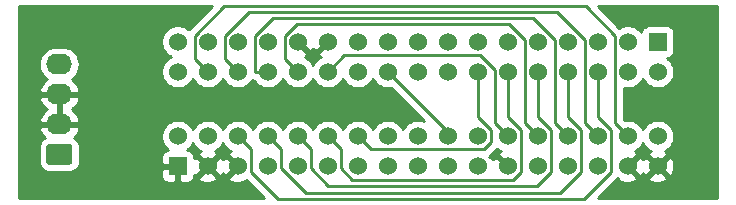
<source format=gbr>
G04 #@! TF.GenerationSoftware,KiCad,Pcbnew,(5.1.5-0-10_14)*
G04 #@! TF.CreationDate,2020-03-21T12:38:00+11:00*
G04 #@! TF.ProjectId,Internal FDD Adapter,496e7465-726e-4616-9c20-464444204164,rev?*
G04 #@! TF.SameCoordinates,Original*
G04 #@! TF.FileFunction,Copper,L2,Bot*
G04 #@! TF.FilePolarity,Positive*
%FSLAX46Y46*%
G04 Gerber Fmt 4.6, Leading zero omitted, Abs format (unit mm)*
G04 Created by KiCad (PCBNEW (5.1.5-0-10_14)) date 2020-03-21 12:38:00*
%MOMM*%
%LPD*%
G04 APERTURE LIST*
%ADD10C,1.524000*%
%ADD11R,1.524000X1.524000*%
%ADD12O,2.200000X1.740000*%
%ADD13C,0.100000*%
%ADD14C,0.250000*%
%ADD15C,0.254000*%
G04 APERTURE END LIST*
D10*
X52197000Y-38481000D03*
X52197000Y-35941000D03*
X54737000Y-38481000D03*
X54737000Y-35941000D03*
X57277000Y-38481000D03*
X57277000Y-35941000D03*
X59817000Y-38481000D03*
X59817000Y-35941000D03*
X64897000Y-38481000D03*
X64897000Y-35941000D03*
X67437000Y-38481000D03*
X67437000Y-35941000D03*
D11*
X92837000Y-35941000D03*
D10*
X90297000Y-35941000D03*
X87757000Y-35941000D03*
X85217000Y-35941000D03*
X82677000Y-35941000D03*
X80137000Y-35941000D03*
X77597000Y-35941000D03*
X75057000Y-35941000D03*
X72517000Y-35941000D03*
X69977000Y-35941000D03*
X69977000Y-38481000D03*
X72517000Y-38481000D03*
X75057000Y-38481000D03*
X77597000Y-38481000D03*
X80137000Y-38481000D03*
X82677000Y-38481000D03*
X85217000Y-38481000D03*
X87757000Y-38481000D03*
X90297000Y-38481000D03*
X92837000Y-38481000D03*
X62357000Y-35941000D03*
X62357000Y-38481000D03*
X62357000Y-43942000D03*
X62357000Y-46482000D03*
X92837000Y-43942000D03*
X90297000Y-43942000D03*
X87757000Y-43942000D03*
X85217000Y-43942000D03*
X82677000Y-43942000D03*
X80137000Y-43942000D03*
X77597000Y-43942000D03*
X75057000Y-43942000D03*
X72517000Y-43942000D03*
X69977000Y-43942000D03*
X69977000Y-46482000D03*
X72517000Y-46482000D03*
X75057000Y-46482000D03*
X77597000Y-46482000D03*
X80137000Y-46482000D03*
X82677000Y-46482000D03*
X85217000Y-46482000D03*
X87757000Y-46482000D03*
X90297000Y-46482000D03*
X92837000Y-46482000D03*
X67437000Y-46482000D03*
X67437000Y-43942000D03*
X64897000Y-46482000D03*
X64897000Y-43942000D03*
X59817000Y-46482000D03*
X59817000Y-43942000D03*
X57277000Y-46482000D03*
X57277000Y-43942000D03*
X54737000Y-46482000D03*
X54737000Y-43942000D03*
D11*
X52197000Y-46482000D03*
D10*
X52197000Y-43942000D03*
D12*
X42164000Y-37846000D03*
X42164000Y-40386000D03*
X42164000Y-42926000D03*
G04 #@! TA.AperFunction,ComponentPad*
D13*
G36*
X43038505Y-44597204D02*
G01*
X43062773Y-44600804D01*
X43086572Y-44606765D01*
X43109671Y-44615030D01*
X43131850Y-44625520D01*
X43152893Y-44638132D01*
X43172599Y-44652747D01*
X43190777Y-44669223D01*
X43207253Y-44687401D01*
X43221868Y-44707107D01*
X43234480Y-44728150D01*
X43244970Y-44750329D01*
X43253235Y-44773428D01*
X43259196Y-44797227D01*
X43262796Y-44821495D01*
X43264000Y-44845999D01*
X43264000Y-46086001D01*
X43262796Y-46110505D01*
X43259196Y-46134773D01*
X43253235Y-46158572D01*
X43244970Y-46181671D01*
X43234480Y-46203850D01*
X43221868Y-46224893D01*
X43207253Y-46244599D01*
X43190777Y-46262777D01*
X43172599Y-46279253D01*
X43152893Y-46293868D01*
X43131850Y-46306480D01*
X43109671Y-46316970D01*
X43086572Y-46325235D01*
X43062773Y-46331196D01*
X43038505Y-46334796D01*
X43014001Y-46336000D01*
X41313999Y-46336000D01*
X41289495Y-46334796D01*
X41265227Y-46331196D01*
X41241428Y-46325235D01*
X41218329Y-46316970D01*
X41196150Y-46306480D01*
X41175107Y-46293868D01*
X41155401Y-46279253D01*
X41137223Y-46262777D01*
X41120747Y-46244599D01*
X41106132Y-46224893D01*
X41093520Y-46203850D01*
X41083030Y-46181671D01*
X41074765Y-46158572D01*
X41068804Y-46134773D01*
X41065204Y-46110505D01*
X41064000Y-46086001D01*
X41064000Y-44845999D01*
X41065204Y-44821495D01*
X41068804Y-44797227D01*
X41074765Y-44773428D01*
X41083030Y-44750329D01*
X41093520Y-44728150D01*
X41106132Y-44707107D01*
X41120747Y-44687401D01*
X41137223Y-44669223D01*
X41155401Y-44652747D01*
X41175107Y-44638132D01*
X41196150Y-44625520D01*
X41218329Y-44615030D01*
X41241428Y-44606765D01*
X41265227Y-44600804D01*
X41289495Y-44597204D01*
X41313999Y-44596000D01*
X43014001Y-44596000D01*
X43038505Y-44597204D01*
G37*
G04 #@! TD.AperFunction*
D14*
X56118249Y-32950989D02*
X86741749Y-32950989D01*
X89535001Y-43180001D02*
X90297000Y-43942000D01*
X89209999Y-42854999D02*
X89535001Y-43180001D01*
X53649999Y-35419239D02*
X56118249Y-32950989D01*
X53649999Y-37393999D02*
X53649999Y-35419239D01*
X54737000Y-38481000D02*
X53649999Y-37393999D01*
X86741749Y-32950989D02*
X89209999Y-35419239D01*
X89209999Y-35419239D02*
X89209999Y-42854999D01*
X86995001Y-43180001D02*
X87757000Y-43942000D01*
X86669999Y-42854999D02*
X86995001Y-43180001D01*
X58208238Y-33401000D02*
X84285762Y-33401000D01*
X86669999Y-35785237D02*
X86669999Y-42854999D01*
X84285762Y-33401000D02*
X86669999Y-35785237D01*
X56189999Y-37393999D02*
X56189999Y-35419239D01*
X56189999Y-35419239D02*
X58208238Y-33401000D01*
X57277000Y-38481000D02*
X56189999Y-37393999D01*
X84455001Y-43180001D02*
X85217000Y-43942000D01*
X84129999Y-42854999D02*
X84455001Y-43180001D01*
X84129999Y-35785237D02*
X84129999Y-42854999D01*
X82253762Y-33909000D02*
X84129999Y-35785237D01*
X60240238Y-33909000D02*
X82253762Y-33909000D01*
X59817000Y-38481000D02*
X58739370Y-38481000D01*
X58729999Y-35419239D02*
X60240238Y-33909000D01*
X58729999Y-38471629D02*
X58729999Y-35419239D01*
X58739370Y-38481000D02*
X58729999Y-38471629D01*
X81589999Y-42854999D02*
X81915001Y-43180001D01*
X81589999Y-35785237D02*
X81589999Y-42854999D01*
X61269999Y-35419239D02*
X62272238Y-34417000D01*
X61269999Y-37393999D02*
X61269999Y-35419239D01*
X80221762Y-34417000D02*
X81589999Y-35785237D01*
X81915001Y-43180001D02*
X82677000Y-43942000D01*
X62272238Y-34417000D02*
X80221762Y-34417000D01*
X62357000Y-38481000D02*
X61269999Y-37393999D01*
X79375001Y-43180001D02*
X80137000Y-43942000D01*
X66294000Y-37084000D02*
X77808762Y-37084000D01*
X79049999Y-42854999D02*
X79375001Y-43180001D01*
X77808762Y-37084000D02*
X79049999Y-38325237D01*
X79049999Y-38325237D02*
X79049999Y-42854999D01*
X64897000Y-38481000D02*
X66294000Y-37084000D01*
X75057000Y-43561000D02*
X75057000Y-43942000D01*
X69977000Y-38481000D02*
X75057000Y-43561000D01*
X68198999Y-44703999D02*
X67437000Y-43942000D01*
X68524001Y-45029001D02*
X68198999Y-44703999D01*
X78118761Y-45029001D02*
X68524001Y-45029001D01*
X78684001Y-43420239D02*
X78684001Y-44463761D01*
X77597000Y-42333238D02*
X78684001Y-43420239D01*
X78684001Y-44463761D02*
X78118761Y-45029001D01*
X77597000Y-38481000D02*
X77597000Y-42333238D01*
X63444001Y-45029001D02*
X63118999Y-44703999D01*
X63444001Y-46637763D02*
X63444001Y-45029001D01*
X64939238Y-48133000D02*
X63444001Y-46637763D01*
X63118999Y-44703999D02*
X62357000Y-43942000D01*
X82634762Y-48133000D02*
X64939238Y-48133000D01*
X83764001Y-47003761D02*
X82634762Y-48133000D01*
X82677000Y-38481000D02*
X82677000Y-42333238D01*
X83764001Y-43420239D02*
X83764001Y-47003761D01*
X82677000Y-42333238D02*
X83764001Y-43420239D01*
X60904001Y-46637763D02*
X60904001Y-45029001D01*
X63034238Y-48768000D02*
X60904001Y-46637763D01*
X84539762Y-48768000D02*
X63034238Y-48768000D01*
X86304001Y-47003761D02*
X84539762Y-48768000D01*
X60578999Y-44703999D02*
X59817000Y-43942000D01*
X86304001Y-43420239D02*
X86304001Y-47003761D01*
X85217000Y-42333238D02*
X86304001Y-43420239D01*
X60904001Y-45029001D02*
X60578999Y-44703999D01*
X85217000Y-38481000D02*
X85217000Y-42333238D01*
X65658999Y-44703999D02*
X64897000Y-43942000D01*
X65984001Y-45029001D02*
X65658999Y-44703999D01*
X66971238Y-47625000D02*
X65984001Y-46637763D01*
X80602762Y-47625000D02*
X66971238Y-47625000D01*
X65984001Y-46637763D02*
X65984001Y-45029001D01*
X81224001Y-47003761D02*
X80602762Y-47625000D01*
X81224001Y-43420239D02*
X81224001Y-47003761D01*
X80137000Y-42333238D02*
X81224001Y-43420239D01*
X80137000Y-38481000D02*
X80137000Y-42333238D01*
X60648011Y-49218011D02*
X58364001Y-46934001D01*
X87757000Y-38481000D02*
X87757000Y-42333238D01*
X58364001Y-46934001D02*
X58364001Y-45029001D01*
X87757000Y-42333238D02*
X88844001Y-43420239D01*
X58364001Y-45029001D02*
X58038999Y-44703999D01*
X88844001Y-43420239D02*
X88844001Y-47003761D01*
X88844001Y-47003761D02*
X86629751Y-49218011D01*
X86629751Y-49218011D02*
X60648011Y-49218011D01*
X58038999Y-44703999D02*
X57277000Y-43942000D01*
D15*
G36*
X97892001Y-49124000D02*
G01*
X87798564Y-49124000D01*
X89355009Y-47567556D01*
X89378737Y-47548083D01*
X89394631Y-47563977D01*
X89511041Y-47447567D01*
X89578020Y-47687656D01*
X89827048Y-47804756D01*
X90094135Y-47871023D01*
X90369017Y-47883910D01*
X90641133Y-47842922D01*
X90900023Y-47749636D01*
X91015980Y-47687656D01*
X91082960Y-47447565D01*
X92051040Y-47447565D01*
X92118020Y-47687656D01*
X92367048Y-47804756D01*
X92634135Y-47871023D01*
X92909017Y-47883910D01*
X93181133Y-47842922D01*
X93440023Y-47749636D01*
X93555980Y-47687656D01*
X93622960Y-47447565D01*
X92837000Y-46661605D01*
X92051040Y-47447565D01*
X91082960Y-47447565D01*
X90297000Y-46661605D01*
X90282858Y-46675748D01*
X90103253Y-46496143D01*
X90117395Y-46482000D01*
X90476605Y-46482000D01*
X91262565Y-47267960D01*
X91502656Y-47200980D01*
X91564079Y-47070356D01*
X91569364Y-47085023D01*
X91631344Y-47200980D01*
X91871435Y-47267960D01*
X92657395Y-46482000D01*
X93016605Y-46482000D01*
X93802565Y-47267960D01*
X94042656Y-47200980D01*
X94159756Y-46951952D01*
X94226023Y-46684865D01*
X94238910Y-46409983D01*
X94197922Y-46137867D01*
X94104636Y-45878977D01*
X94042656Y-45763020D01*
X93802565Y-45696040D01*
X93016605Y-46482000D01*
X92657395Y-46482000D01*
X91871435Y-45696040D01*
X91631344Y-45763020D01*
X91569921Y-45893644D01*
X91564636Y-45878977D01*
X91502656Y-45763020D01*
X91262565Y-45696040D01*
X90476605Y-46482000D01*
X90117395Y-46482000D01*
X90103253Y-46467858D01*
X90282858Y-46288253D01*
X90297000Y-46302395D01*
X91082960Y-45516435D01*
X91015980Y-45276344D01*
X90880240Y-45212515D01*
X90958727Y-45180005D01*
X91187535Y-45027120D01*
X91382120Y-44832535D01*
X91535005Y-44603727D01*
X91567000Y-44526485D01*
X91598995Y-44603727D01*
X91751880Y-44832535D01*
X91946465Y-45027120D01*
X92175273Y-45180005D01*
X92246943Y-45209692D01*
X92233977Y-45214364D01*
X92118020Y-45276344D01*
X92051040Y-45516435D01*
X92837000Y-46302395D01*
X93622960Y-45516435D01*
X93555980Y-45276344D01*
X93420240Y-45212515D01*
X93498727Y-45180005D01*
X93727535Y-45027120D01*
X93922120Y-44832535D01*
X94075005Y-44603727D01*
X94180314Y-44349490D01*
X94234000Y-44079592D01*
X94234000Y-43804408D01*
X94180314Y-43534510D01*
X94075005Y-43280273D01*
X93922120Y-43051465D01*
X93727535Y-42856880D01*
X93498727Y-42703995D01*
X93244490Y-42598686D01*
X92974592Y-42545000D01*
X92699408Y-42545000D01*
X92429510Y-42598686D01*
X92175273Y-42703995D01*
X91946465Y-42856880D01*
X91751880Y-43051465D01*
X91598995Y-43280273D01*
X91567000Y-43357515D01*
X91535005Y-43280273D01*
X91382120Y-43051465D01*
X91187535Y-42856880D01*
X90958727Y-42703995D01*
X90704490Y-42598686D01*
X90434592Y-42545000D01*
X90159408Y-42545000D01*
X90005429Y-42575628D01*
X89969999Y-42540198D01*
X89969999Y-39840324D01*
X90159408Y-39878000D01*
X90434592Y-39878000D01*
X90704490Y-39824314D01*
X90958727Y-39719005D01*
X91187535Y-39566120D01*
X91382120Y-39371535D01*
X91535005Y-39142727D01*
X91567000Y-39065485D01*
X91598995Y-39142727D01*
X91751880Y-39371535D01*
X91946465Y-39566120D01*
X92175273Y-39719005D01*
X92429510Y-39824314D01*
X92699408Y-39878000D01*
X92974592Y-39878000D01*
X93244490Y-39824314D01*
X93498727Y-39719005D01*
X93727535Y-39566120D01*
X93922120Y-39371535D01*
X94075005Y-39142727D01*
X94180314Y-38888490D01*
X94234000Y-38618592D01*
X94234000Y-38343408D01*
X94180314Y-38073510D01*
X94075005Y-37819273D01*
X93922120Y-37590465D01*
X93727535Y-37395880D01*
X93639535Y-37337080D01*
X93723482Y-37328812D01*
X93843180Y-37292502D01*
X93953494Y-37233537D01*
X94050185Y-37154185D01*
X94129537Y-37057494D01*
X94188502Y-36947180D01*
X94224812Y-36827482D01*
X94237072Y-36703000D01*
X94237072Y-35179000D01*
X94224812Y-35054518D01*
X94188502Y-34934820D01*
X94129537Y-34824506D01*
X94050185Y-34727815D01*
X93953494Y-34648463D01*
X93843180Y-34589498D01*
X93723482Y-34553188D01*
X93599000Y-34540928D01*
X92075000Y-34540928D01*
X91950518Y-34553188D01*
X91830820Y-34589498D01*
X91720506Y-34648463D01*
X91623815Y-34727815D01*
X91544463Y-34824506D01*
X91485498Y-34934820D01*
X91449188Y-35054518D01*
X91440920Y-35138465D01*
X91382120Y-35050465D01*
X91187535Y-34855880D01*
X90958727Y-34702995D01*
X90704490Y-34597686D01*
X90434592Y-34544000D01*
X90159408Y-34544000D01*
X89889510Y-34597686D01*
X89635273Y-34702995D01*
X89595280Y-34729718D01*
X87783561Y-32918000D01*
X97892000Y-32918000D01*
X97892001Y-49124000D01*
G37*
X97892001Y-49124000D02*
X87798564Y-49124000D01*
X89355009Y-47567556D01*
X89378737Y-47548083D01*
X89394631Y-47563977D01*
X89511041Y-47447567D01*
X89578020Y-47687656D01*
X89827048Y-47804756D01*
X90094135Y-47871023D01*
X90369017Y-47883910D01*
X90641133Y-47842922D01*
X90900023Y-47749636D01*
X91015980Y-47687656D01*
X91082960Y-47447565D01*
X92051040Y-47447565D01*
X92118020Y-47687656D01*
X92367048Y-47804756D01*
X92634135Y-47871023D01*
X92909017Y-47883910D01*
X93181133Y-47842922D01*
X93440023Y-47749636D01*
X93555980Y-47687656D01*
X93622960Y-47447565D01*
X92837000Y-46661605D01*
X92051040Y-47447565D01*
X91082960Y-47447565D01*
X90297000Y-46661605D01*
X90282858Y-46675748D01*
X90103253Y-46496143D01*
X90117395Y-46482000D01*
X90476605Y-46482000D01*
X91262565Y-47267960D01*
X91502656Y-47200980D01*
X91564079Y-47070356D01*
X91569364Y-47085023D01*
X91631344Y-47200980D01*
X91871435Y-47267960D01*
X92657395Y-46482000D01*
X93016605Y-46482000D01*
X93802565Y-47267960D01*
X94042656Y-47200980D01*
X94159756Y-46951952D01*
X94226023Y-46684865D01*
X94238910Y-46409983D01*
X94197922Y-46137867D01*
X94104636Y-45878977D01*
X94042656Y-45763020D01*
X93802565Y-45696040D01*
X93016605Y-46482000D01*
X92657395Y-46482000D01*
X91871435Y-45696040D01*
X91631344Y-45763020D01*
X91569921Y-45893644D01*
X91564636Y-45878977D01*
X91502656Y-45763020D01*
X91262565Y-45696040D01*
X90476605Y-46482000D01*
X90117395Y-46482000D01*
X90103253Y-46467858D01*
X90282858Y-46288253D01*
X90297000Y-46302395D01*
X91082960Y-45516435D01*
X91015980Y-45276344D01*
X90880240Y-45212515D01*
X90958727Y-45180005D01*
X91187535Y-45027120D01*
X91382120Y-44832535D01*
X91535005Y-44603727D01*
X91567000Y-44526485D01*
X91598995Y-44603727D01*
X91751880Y-44832535D01*
X91946465Y-45027120D01*
X92175273Y-45180005D01*
X92246943Y-45209692D01*
X92233977Y-45214364D01*
X92118020Y-45276344D01*
X92051040Y-45516435D01*
X92837000Y-46302395D01*
X93622960Y-45516435D01*
X93555980Y-45276344D01*
X93420240Y-45212515D01*
X93498727Y-45180005D01*
X93727535Y-45027120D01*
X93922120Y-44832535D01*
X94075005Y-44603727D01*
X94180314Y-44349490D01*
X94234000Y-44079592D01*
X94234000Y-43804408D01*
X94180314Y-43534510D01*
X94075005Y-43280273D01*
X93922120Y-43051465D01*
X93727535Y-42856880D01*
X93498727Y-42703995D01*
X93244490Y-42598686D01*
X92974592Y-42545000D01*
X92699408Y-42545000D01*
X92429510Y-42598686D01*
X92175273Y-42703995D01*
X91946465Y-42856880D01*
X91751880Y-43051465D01*
X91598995Y-43280273D01*
X91567000Y-43357515D01*
X91535005Y-43280273D01*
X91382120Y-43051465D01*
X91187535Y-42856880D01*
X90958727Y-42703995D01*
X90704490Y-42598686D01*
X90434592Y-42545000D01*
X90159408Y-42545000D01*
X90005429Y-42575628D01*
X89969999Y-42540198D01*
X89969999Y-39840324D01*
X90159408Y-39878000D01*
X90434592Y-39878000D01*
X90704490Y-39824314D01*
X90958727Y-39719005D01*
X91187535Y-39566120D01*
X91382120Y-39371535D01*
X91535005Y-39142727D01*
X91567000Y-39065485D01*
X91598995Y-39142727D01*
X91751880Y-39371535D01*
X91946465Y-39566120D01*
X92175273Y-39719005D01*
X92429510Y-39824314D01*
X92699408Y-39878000D01*
X92974592Y-39878000D01*
X93244490Y-39824314D01*
X93498727Y-39719005D01*
X93727535Y-39566120D01*
X93922120Y-39371535D01*
X94075005Y-39142727D01*
X94180314Y-38888490D01*
X94234000Y-38618592D01*
X94234000Y-38343408D01*
X94180314Y-38073510D01*
X94075005Y-37819273D01*
X93922120Y-37590465D01*
X93727535Y-37395880D01*
X93639535Y-37337080D01*
X93723482Y-37328812D01*
X93843180Y-37292502D01*
X93953494Y-37233537D01*
X94050185Y-37154185D01*
X94129537Y-37057494D01*
X94188502Y-36947180D01*
X94224812Y-36827482D01*
X94237072Y-36703000D01*
X94237072Y-35179000D01*
X94224812Y-35054518D01*
X94188502Y-34934820D01*
X94129537Y-34824506D01*
X94050185Y-34727815D01*
X93953494Y-34648463D01*
X93843180Y-34589498D01*
X93723482Y-34553188D01*
X93599000Y-34540928D01*
X92075000Y-34540928D01*
X91950518Y-34553188D01*
X91830820Y-34589498D01*
X91720506Y-34648463D01*
X91623815Y-34727815D01*
X91544463Y-34824506D01*
X91485498Y-34934820D01*
X91449188Y-35054518D01*
X91440920Y-35138465D01*
X91382120Y-35050465D01*
X91187535Y-34855880D01*
X90958727Y-34702995D01*
X90704490Y-34597686D01*
X90434592Y-34544000D01*
X90159408Y-34544000D01*
X89889510Y-34597686D01*
X89635273Y-34702995D01*
X89595280Y-34729718D01*
X87783561Y-32918000D01*
X97892000Y-32918000D01*
X97892001Y-49124000D01*
G36*
X53138997Y-34855440D02*
G01*
X53110490Y-34878835D01*
X53087535Y-34855880D01*
X52858727Y-34702995D01*
X52604490Y-34597686D01*
X52334592Y-34544000D01*
X52059408Y-34544000D01*
X51789510Y-34597686D01*
X51535273Y-34702995D01*
X51306465Y-34855880D01*
X51111880Y-35050465D01*
X50958995Y-35279273D01*
X50853686Y-35533510D01*
X50800000Y-35803408D01*
X50800000Y-36078592D01*
X50853686Y-36348490D01*
X50958995Y-36602727D01*
X51111880Y-36831535D01*
X51306465Y-37026120D01*
X51535273Y-37179005D01*
X51612515Y-37211000D01*
X51535273Y-37242995D01*
X51306465Y-37395880D01*
X51111880Y-37590465D01*
X50958995Y-37819273D01*
X50853686Y-38073510D01*
X50800000Y-38343408D01*
X50800000Y-38618592D01*
X50853686Y-38888490D01*
X50958995Y-39142727D01*
X51111880Y-39371535D01*
X51306465Y-39566120D01*
X51535273Y-39719005D01*
X51789510Y-39824314D01*
X52059408Y-39878000D01*
X52334592Y-39878000D01*
X52604490Y-39824314D01*
X52858727Y-39719005D01*
X53087535Y-39566120D01*
X53282120Y-39371535D01*
X53435005Y-39142727D01*
X53467000Y-39065485D01*
X53498995Y-39142727D01*
X53651880Y-39371535D01*
X53846465Y-39566120D01*
X54075273Y-39719005D01*
X54329510Y-39824314D01*
X54599408Y-39878000D01*
X54874592Y-39878000D01*
X55144490Y-39824314D01*
X55398727Y-39719005D01*
X55627535Y-39566120D01*
X55822120Y-39371535D01*
X55975005Y-39142727D01*
X56007000Y-39065485D01*
X56038995Y-39142727D01*
X56191880Y-39371535D01*
X56386465Y-39566120D01*
X56615273Y-39719005D01*
X56869510Y-39824314D01*
X57139408Y-39878000D01*
X57414592Y-39878000D01*
X57684490Y-39824314D01*
X57938727Y-39719005D01*
X58167535Y-39566120D01*
X58362120Y-39371535D01*
X58479220Y-39196282D01*
X58590384Y-39230003D01*
X58640617Y-39234951D01*
X58731880Y-39371535D01*
X58926465Y-39566120D01*
X59155273Y-39719005D01*
X59409510Y-39824314D01*
X59679408Y-39878000D01*
X59954592Y-39878000D01*
X60224490Y-39824314D01*
X60478727Y-39719005D01*
X60707535Y-39566120D01*
X60902120Y-39371535D01*
X61055005Y-39142727D01*
X61087000Y-39065485D01*
X61118995Y-39142727D01*
X61271880Y-39371535D01*
X61466465Y-39566120D01*
X61695273Y-39719005D01*
X61949510Y-39824314D01*
X62219408Y-39878000D01*
X62494592Y-39878000D01*
X62764490Y-39824314D01*
X63018727Y-39719005D01*
X63247535Y-39566120D01*
X63442120Y-39371535D01*
X63595005Y-39142727D01*
X63627000Y-39065485D01*
X63658995Y-39142727D01*
X63811880Y-39371535D01*
X64006465Y-39566120D01*
X64235273Y-39719005D01*
X64489510Y-39824314D01*
X64759408Y-39878000D01*
X65034592Y-39878000D01*
X65304490Y-39824314D01*
X65558727Y-39719005D01*
X65787535Y-39566120D01*
X65982120Y-39371535D01*
X66135005Y-39142727D01*
X66167000Y-39065485D01*
X66198995Y-39142727D01*
X66351880Y-39371535D01*
X66546465Y-39566120D01*
X66775273Y-39719005D01*
X67029510Y-39824314D01*
X67299408Y-39878000D01*
X67574592Y-39878000D01*
X67844490Y-39824314D01*
X68098727Y-39719005D01*
X68327535Y-39566120D01*
X68522120Y-39371535D01*
X68675005Y-39142727D01*
X68707000Y-39065485D01*
X68738995Y-39142727D01*
X68891880Y-39371535D01*
X69086465Y-39566120D01*
X69315273Y-39719005D01*
X69569510Y-39824314D01*
X69839408Y-39878000D01*
X70114592Y-39878000D01*
X70268571Y-39847372D01*
X73087339Y-42666141D01*
X72924490Y-42598686D01*
X72654592Y-42545000D01*
X72379408Y-42545000D01*
X72109510Y-42598686D01*
X71855273Y-42703995D01*
X71626465Y-42856880D01*
X71431880Y-43051465D01*
X71278995Y-43280273D01*
X71247000Y-43357515D01*
X71215005Y-43280273D01*
X71062120Y-43051465D01*
X70867535Y-42856880D01*
X70638727Y-42703995D01*
X70384490Y-42598686D01*
X70114592Y-42545000D01*
X69839408Y-42545000D01*
X69569510Y-42598686D01*
X69315273Y-42703995D01*
X69086465Y-42856880D01*
X68891880Y-43051465D01*
X68738995Y-43280273D01*
X68707000Y-43357515D01*
X68675005Y-43280273D01*
X68522120Y-43051465D01*
X68327535Y-42856880D01*
X68098727Y-42703995D01*
X67844490Y-42598686D01*
X67574592Y-42545000D01*
X67299408Y-42545000D01*
X67029510Y-42598686D01*
X66775273Y-42703995D01*
X66546465Y-42856880D01*
X66351880Y-43051465D01*
X66198995Y-43280273D01*
X66167000Y-43357515D01*
X66135005Y-43280273D01*
X65982120Y-43051465D01*
X65787535Y-42856880D01*
X65558727Y-42703995D01*
X65304490Y-42598686D01*
X65034592Y-42545000D01*
X64759408Y-42545000D01*
X64489510Y-42598686D01*
X64235273Y-42703995D01*
X64006465Y-42856880D01*
X63811880Y-43051465D01*
X63658995Y-43280273D01*
X63627000Y-43357515D01*
X63595005Y-43280273D01*
X63442120Y-43051465D01*
X63247535Y-42856880D01*
X63018727Y-42703995D01*
X62764490Y-42598686D01*
X62494592Y-42545000D01*
X62219408Y-42545000D01*
X61949510Y-42598686D01*
X61695273Y-42703995D01*
X61466465Y-42856880D01*
X61271880Y-43051465D01*
X61118995Y-43280273D01*
X61087000Y-43357515D01*
X61055005Y-43280273D01*
X60902120Y-43051465D01*
X60707535Y-42856880D01*
X60478727Y-42703995D01*
X60224490Y-42598686D01*
X59954592Y-42545000D01*
X59679408Y-42545000D01*
X59409510Y-42598686D01*
X59155273Y-42703995D01*
X58926465Y-42856880D01*
X58731880Y-43051465D01*
X58578995Y-43280273D01*
X58547000Y-43357515D01*
X58515005Y-43280273D01*
X58362120Y-43051465D01*
X58167535Y-42856880D01*
X57938727Y-42703995D01*
X57684490Y-42598686D01*
X57414592Y-42545000D01*
X57139408Y-42545000D01*
X56869510Y-42598686D01*
X56615273Y-42703995D01*
X56386465Y-42856880D01*
X56191880Y-43051465D01*
X56038995Y-43280273D01*
X56007000Y-43357515D01*
X55975005Y-43280273D01*
X55822120Y-43051465D01*
X55627535Y-42856880D01*
X55398727Y-42703995D01*
X55144490Y-42598686D01*
X54874592Y-42545000D01*
X54599408Y-42545000D01*
X54329510Y-42598686D01*
X54075273Y-42703995D01*
X53846465Y-42856880D01*
X53651880Y-43051465D01*
X53498995Y-43280273D01*
X53467000Y-43357515D01*
X53435005Y-43280273D01*
X53282120Y-43051465D01*
X53087535Y-42856880D01*
X52858727Y-42703995D01*
X52604490Y-42598686D01*
X52334592Y-42545000D01*
X52059408Y-42545000D01*
X51789510Y-42598686D01*
X51535273Y-42703995D01*
X51306465Y-42856880D01*
X51111880Y-43051465D01*
X50958995Y-43280273D01*
X50853686Y-43534510D01*
X50800000Y-43804408D01*
X50800000Y-44079592D01*
X50853686Y-44349490D01*
X50958995Y-44603727D01*
X51111880Y-44832535D01*
X51306465Y-45027120D01*
X51394465Y-45085920D01*
X51310518Y-45094188D01*
X51190820Y-45130498D01*
X51080506Y-45189463D01*
X50983815Y-45268815D01*
X50904463Y-45365506D01*
X50845498Y-45475820D01*
X50809188Y-45595518D01*
X50796928Y-45720000D01*
X50800000Y-46196250D01*
X50958750Y-46355000D01*
X52070000Y-46355000D01*
X52070000Y-46335000D01*
X52324000Y-46335000D01*
X52324000Y-46355000D01*
X52344000Y-46355000D01*
X52344000Y-46609000D01*
X52324000Y-46609000D01*
X52324000Y-47720250D01*
X52482750Y-47879000D01*
X52959000Y-47882072D01*
X53083482Y-47869812D01*
X53203180Y-47833502D01*
X53313494Y-47774537D01*
X53410185Y-47695185D01*
X53489537Y-47598494D01*
X53548502Y-47488180D01*
X53560822Y-47447565D01*
X53951040Y-47447565D01*
X54018020Y-47687656D01*
X54267048Y-47804756D01*
X54534135Y-47871023D01*
X54809017Y-47883910D01*
X55081133Y-47842922D01*
X55340023Y-47749636D01*
X55455980Y-47687656D01*
X55522960Y-47447565D01*
X54737000Y-46661605D01*
X53951040Y-47447565D01*
X53560822Y-47447565D01*
X53584812Y-47368482D01*
X53597072Y-47244000D01*
X53596912Y-47219272D01*
X53771435Y-47267960D01*
X54557395Y-46482000D01*
X54916605Y-46482000D01*
X55702565Y-47267960D01*
X55942656Y-47200980D01*
X56004079Y-47070356D01*
X56009364Y-47085023D01*
X56071344Y-47200980D01*
X56311435Y-47267960D01*
X57097395Y-46482000D01*
X56311435Y-45696040D01*
X56071344Y-45763020D01*
X56009921Y-45893644D01*
X56004636Y-45878977D01*
X55942656Y-45763020D01*
X55702565Y-45696040D01*
X54916605Y-46482000D01*
X54557395Y-46482000D01*
X53771435Y-45696040D01*
X53596912Y-45744728D01*
X53597072Y-45720000D01*
X53584812Y-45595518D01*
X53548502Y-45475820D01*
X53489537Y-45365506D01*
X53410185Y-45268815D01*
X53313494Y-45189463D01*
X53203180Y-45130498D01*
X53083482Y-45094188D01*
X52999535Y-45085920D01*
X53087535Y-45027120D01*
X53282120Y-44832535D01*
X53435005Y-44603727D01*
X53467000Y-44526485D01*
X53498995Y-44603727D01*
X53651880Y-44832535D01*
X53846465Y-45027120D01*
X54075273Y-45180005D01*
X54146943Y-45209692D01*
X54133977Y-45214364D01*
X54018020Y-45276344D01*
X53951040Y-45516435D01*
X54737000Y-46302395D01*
X55522960Y-45516435D01*
X55455980Y-45276344D01*
X55320240Y-45212515D01*
X55398727Y-45180005D01*
X55627535Y-45027120D01*
X55822120Y-44832535D01*
X55975005Y-44603727D01*
X56007000Y-44526485D01*
X56038995Y-44603727D01*
X56191880Y-44832535D01*
X56386465Y-45027120D01*
X56615273Y-45180005D01*
X56686943Y-45209692D01*
X56673977Y-45214364D01*
X56558020Y-45276344D01*
X56491040Y-45516435D01*
X57277000Y-46302395D01*
X57291143Y-46288253D01*
X57470748Y-46467858D01*
X57456605Y-46482000D01*
X57470748Y-46496143D01*
X57291143Y-46675748D01*
X57277000Y-46661605D01*
X56491040Y-47447565D01*
X56558020Y-47687656D01*
X56807048Y-47804756D01*
X57074135Y-47871023D01*
X57349017Y-47883910D01*
X57621133Y-47842922D01*
X57880023Y-47749636D01*
X57995980Y-47687656D01*
X58006205Y-47651006D01*
X59479198Y-49124000D01*
X38760000Y-49124000D01*
X38760000Y-47244000D01*
X50796928Y-47244000D01*
X50809188Y-47368482D01*
X50845498Y-47488180D01*
X50904463Y-47598494D01*
X50983815Y-47695185D01*
X51080506Y-47774537D01*
X51190820Y-47833502D01*
X51310518Y-47869812D01*
X51435000Y-47882072D01*
X51911250Y-47879000D01*
X52070000Y-47720250D01*
X52070000Y-46609000D01*
X50958750Y-46609000D01*
X50800000Y-46767750D01*
X50796928Y-47244000D01*
X38760000Y-47244000D01*
X38760000Y-44845999D01*
X40425928Y-44845999D01*
X40425928Y-46086001D01*
X40442992Y-46259255D01*
X40493528Y-46425851D01*
X40575595Y-46579387D01*
X40686038Y-46713962D01*
X40820613Y-46824405D01*
X40974149Y-46906472D01*
X41140745Y-46957008D01*
X41313999Y-46974072D01*
X43014001Y-46974072D01*
X43187255Y-46957008D01*
X43353851Y-46906472D01*
X43507387Y-46824405D01*
X43641962Y-46713962D01*
X43752405Y-46579387D01*
X43834472Y-46425851D01*
X43885008Y-46259255D01*
X43902072Y-46086001D01*
X43902072Y-44845999D01*
X43885008Y-44672745D01*
X43834472Y-44506149D01*
X43752405Y-44352613D01*
X43641962Y-44218038D01*
X43507387Y-44107595D01*
X43398686Y-44049493D01*
X43554536Y-43896494D01*
X43721571Y-43651437D01*
X43837588Y-43378502D01*
X43855302Y-43286031D01*
X43734246Y-43053000D01*
X42291000Y-43053000D01*
X42291000Y-43073000D01*
X42037000Y-43073000D01*
X42037000Y-43053000D01*
X40593754Y-43053000D01*
X40472698Y-43286031D01*
X40490412Y-43378502D01*
X40606429Y-43651437D01*
X40773464Y-43896494D01*
X40929314Y-44049493D01*
X40820613Y-44107595D01*
X40686038Y-44218038D01*
X40575595Y-44352613D01*
X40493528Y-44506149D01*
X40442992Y-44672745D01*
X40425928Y-44845999D01*
X38760000Y-44845999D01*
X38760000Y-40746031D01*
X40472698Y-40746031D01*
X40490412Y-40838502D01*
X40606429Y-41111437D01*
X40773464Y-41356494D01*
X40985097Y-41564256D01*
X41125184Y-41656000D01*
X40985097Y-41747744D01*
X40773464Y-41955506D01*
X40606429Y-42200563D01*
X40490412Y-42473498D01*
X40472698Y-42565969D01*
X40593754Y-42799000D01*
X42037000Y-42799000D01*
X42037000Y-40513000D01*
X42291000Y-40513000D01*
X42291000Y-42799000D01*
X43734246Y-42799000D01*
X43855302Y-42565969D01*
X43837588Y-42473498D01*
X43721571Y-42200563D01*
X43554536Y-41955506D01*
X43342903Y-41747744D01*
X43202816Y-41656000D01*
X43342903Y-41564256D01*
X43554536Y-41356494D01*
X43721571Y-41111437D01*
X43837588Y-40838502D01*
X43855302Y-40746031D01*
X43734246Y-40513000D01*
X42291000Y-40513000D01*
X42037000Y-40513000D01*
X40593754Y-40513000D01*
X40472698Y-40746031D01*
X38760000Y-40746031D01*
X38760000Y-37846000D01*
X40421718Y-37846000D01*
X40450776Y-38141032D01*
X40536834Y-38424725D01*
X40676583Y-38686179D01*
X40864655Y-38915345D01*
X41093821Y-39103417D01*
X41121669Y-39118302D01*
X40985097Y-39207744D01*
X40773464Y-39415506D01*
X40606429Y-39660563D01*
X40490412Y-39933498D01*
X40472698Y-40025969D01*
X40593754Y-40259000D01*
X42037000Y-40259000D01*
X42037000Y-40239000D01*
X42291000Y-40239000D01*
X42291000Y-40259000D01*
X43734246Y-40259000D01*
X43855302Y-40025969D01*
X43837588Y-39933498D01*
X43721571Y-39660563D01*
X43554536Y-39415506D01*
X43342903Y-39207744D01*
X43206331Y-39118302D01*
X43234179Y-39103417D01*
X43463345Y-38915345D01*
X43651417Y-38686179D01*
X43791166Y-38424725D01*
X43877224Y-38141032D01*
X43906282Y-37846000D01*
X43877224Y-37550968D01*
X43791166Y-37267275D01*
X43651417Y-37005821D01*
X43463345Y-36776655D01*
X43234179Y-36588583D01*
X42972725Y-36448834D01*
X42689032Y-36362776D01*
X42467936Y-36341000D01*
X41860064Y-36341000D01*
X41638968Y-36362776D01*
X41355275Y-36448834D01*
X41093821Y-36588583D01*
X40864655Y-36776655D01*
X40676583Y-37005821D01*
X40536834Y-37267275D01*
X40450776Y-37550968D01*
X40421718Y-37846000D01*
X38760000Y-37846000D01*
X38760000Y-32918000D01*
X55076436Y-32918000D01*
X53138997Y-34855440D01*
G37*
X53138997Y-34855440D02*
X53110490Y-34878835D01*
X53087535Y-34855880D01*
X52858727Y-34702995D01*
X52604490Y-34597686D01*
X52334592Y-34544000D01*
X52059408Y-34544000D01*
X51789510Y-34597686D01*
X51535273Y-34702995D01*
X51306465Y-34855880D01*
X51111880Y-35050465D01*
X50958995Y-35279273D01*
X50853686Y-35533510D01*
X50800000Y-35803408D01*
X50800000Y-36078592D01*
X50853686Y-36348490D01*
X50958995Y-36602727D01*
X51111880Y-36831535D01*
X51306465Y-37026120D01*
X51535273Y-37179005D01*
X51612515Y-37211000D01*
X51535273Y-37242995D01*
X51306465Y-37395880D01*
X51111880Y-37590465D01*
X50958995Y-37819273D01*
X50853686Y-38073510D01*
X50800000Y-38343408D01*
X50800000Y-38618592D01*
X50853686Y-38888490D01*
X50958995Y-39142727D01*
X51111880Y-39371535D01*
X51306465Y-39566120D01*
X51535273Y-39719005D01*
X51789510Y-39824314D01*
X52059408Y-39878000D01*
X52334592Y-39878000D01*
X52604490Y-39824314D01*
X52858727Y-39719005D01*
X53087535Y-39566120D01*
X53282120Y-39371535D01*
X53435005Y-39142727D01*
X53467000Y-39065485D01*
X53498995Y-39142727D01*
X53651880Y-39371535D01*
X53846465Y-39566120D01*
X54075273Y-39719005D01*
X54329510Y-39824314D01*
X54599408Y-39878000D01*
X54874592Y-39878000D01*
X55144490Y-39824314D01*
X55398727Y-39719005D01*
X55627535Y-39566120D01*
X55822120Y-39371535D01*
X55975005Y-39142727D01*
X56007000Y-39065485D01*
X56038995Y-39142727D01*
X56191880Y-39371535D01*
X56386465Y-39566120D01*
X56615273Y-39719005D01*
X56869510Y-39824314D01*
X57139408Y-39878000D01*
X57414592Y-39878000D01*
X57684490Y-39824314D01*
X57938727Y-39719005D01*
X58167535Y-39566120D01*
X58362120Y-39371535D01*
X58479220Y-39196282D01*
X58590384Y-39230003D01*
X58640617Y-39234951D01*
X58731880Y-39371535D01*
X58926465Y-39566120D01*
X59155273Y-39719005D01*
X59409510Y-39824314D01*
X59679408Y-39878000D01*
X59954592Y-39878000D01*
X60224490Y-39824314D01*
X60478727Y-39719005D01*
X60707535Y-39566120D01*
X60902120Y-39371535D01*
X61055005Y-39142727D01*
X61087000Y-39065485D01*
X61118995Y-39142727D01*
X61271880Y-39371535D01*
X61466465Y-39566120D01*
X61695273Y-39719005D01*
X61949510Y-39824314D01*
X62219408Y-39878000D01*
X62494592Y-39878000D01*
X62764490Y-39824314D01*
X63018727Y-39719005D01*
X63247535Y-39566120D01*
X63442120Y-39371535D01*
X63595005Y-39142727D01*
X63627000Y-39065485D01*
X63658995Y-39142727D01*
X63811880Y-39371535D01*
X64006465Y-39566120D01*
X64235273Y-39719005D01*
X64489510Y-39824314D01*
X64759408Y-39878000D01*
X65034592Y-39878000D01*
X65304490Y-39824314D01*
X65558727Y-39719005D01*
X65787535Y-39566120D01*
X65982120Y-39371535D01*
X66135005Y-39142727D01*
X66167000Y-39065485D01*
X66198995Y-39142727D01*
X66351880Y-39371535D01*
X66546465Y-39566120D01*
X66775273Y-39719005D01*
X67029510Y-39824314D01*
X67299408Y-39878000D01*
X67574592Y-39878000D01*
X67844490Y-39824314D01*
X68098727Y-39719005D01*
X68327535Y-39566120D01*
X68522120Y-39371535D01*
X68675005Y-39142727D01*
X68707000Y-39065485D01*
X68738995Y-39142727D01*
X68891880Y-39371535D01*
X69086465Y-39566120D01*
X69315273Y-39719005D01*
X69569510Y-39824314D01*
X69839408Y-39878000D01*
X70114592Y-39878000D01*
X70268571Y-39847372D01*
X73087339Y-42666141D01*
X72924490Y-42598686D01*
X72654592Y-42545000D01*
X72379408Y-42545000D01*
X72109510Y-42598686D01*
X71855273Y-42703995D01*
X71626465Y-42856880D01*
X71431880Y-43051465D01*
X71278995Y-43280273D01*
X71247000Y-43357515D01*
X71215005Y-43280273D01*
X71062120Y-43051465D01*
X70867535Y-42856880D01*
X70638727Y-42703995D01*
X70384490Y-42598686D01*
X70114592Y-42545000D01*
X69839408Y-42545000D01*
X69569510Y-42598686D01*
X69315273Y-42703995D01*
X69086465Y-42856880D01*
X68891880Y-43051465D01*
X68738995Y-43280273D01*
X68707000Y-43357515D01*
X68675005Y-43280273D01*
X68522120Y-43051465D01*
X68327535Y-42856880D01*
X68098727Y-42703995D01*
X67844490Y-42598686D01*
X67574592Y-42545000D01*
X67299408Y-42545000D01*
X67029510Y-42598686D01*
X66775273Y-42703995D01*
X66546465Y-42856880D01*
X66351880Y-43051465D01*
X66198995Y-43280273D01*
X66167000Y-43357515D01*
X66135005Y-43280273D01*
X65982120Y-43051465D01*
X65787535Y-42856880D01*
X65558727Y-42703995D01*
X65304490Y-42598686D01*
X65034592Y-42545000D01*
X64759408Y-42545000D01*
X64489510Y-42598686D01*
X64235273Y-42703995D01*
X64006465Y-42856880D01*
X63811880Y-43051465D01*
X63658995Y-43280273D01*
X63627000Y-43357515D01*
X63595005Y-43280273D01*
X63442120Y-43051465D01*
X63247535Y-42856880D01*
X63018727Y-42703995D01*
X62764490Y-42598686D01*
X62494592Y-42545000D01*
X62219408Y-42545000D01*
X61949510Y-42598686D01*
X61695273Y-42703995D01*
X61466465Y-42856880D01*
X61271880Y-43051465D01*
X61118995Y-43280273D01*
X61087000Y-43357515D01*
X61055005Y-43280273D01*
X60902120Y-43051465D01*
X60707535Y-42856880D01*
X60478727Y-42703995D01*
X60224490Y-42598686D01*
X59954592Y-42545000D01*
X59679408Y-42545000D01*
X59409510Y-42598686D01*
X59155273Y-42703995D01*
X58926465Y-42856880D01*
X58731880Y-43051465D01*
X58578995Y-43280273D01*
X58547000Y-43357515D01*
X58515005Y-43280273D01*
X58362120Y-43051465D01*
X58167535Y-42856880D01*
X57938727Y-42703995D01*
X57684490Y-42598686D01*
X57414592Y-42545000D01*
X57139408Y-42545000D01*
X56869510Y-42598686D01*
X56615273Y-42703995D01*
X56386465Y-42856880D01*
X56191880Y-43051465D01*
X56038995Y-43280273D01*
X56007000Y-43357515D01*
X55975005Y-43280273D01*
X55822120Y-43051465D01*
X55627535Y-42856880D01*
X55398727Y-42703995D01*
X55144490Y-42598686D01*
X54874592Y-42545000D01*
X54599408Y-42545000D01*
X54329510Y-42598686D01*
X54075273Y-42703995D01*
X53846465Y-42856880D01*
X53651880Y-43051465D01*
X53498995Y-43280273D01*
X53467000Y-43357515D01*
X53435005Y-43280273D01*
X53282120Y-43051465D01*
X53087535Y-42856880D01*
X52858727Y-42703995D01*
X52604490Y-42598686D01*
X52334592Y-42545000D01*
X52059408Y-42545000D01*
X51789510Y-42598686D01*
X51535273Y-42703995D01*
X51306465Y-42856880D01*
X51111880Y-43051465D01*
X50958995Y-43280273D01*
X50853686Y-43534510D01*
X50800000Y-43804408D01*
X50800000Y-44079592D01*
X50853686Y-44349490D01*
X50958995Y-44603727D01*
X51111880Y-44832535D01*
X51306465Y-45027120D01*
X51394465Y-45085920D01*
X51310518Y-45094188D01*
X51190820Y-45130498D01*
X51080506Y-45189463D01*
X50983815Y-45268815D01*
X50904463Y-45365506D01*
X50845498Y-45475820D01*
X50809188Y-45595518D01*
X50796928Y-45720000D01*
X50800000Y-46196250D01*
X50958750Y-46355000D01*
X52070000Y-46355000D01*
X52070000Y-46335000D01*
X52324000Y-46335000D01*
X52324000Y-46355000D01*
X52344000Y-46355000D01*
X52344000Y-46609000D01*
X52324000Y-46609000D01*
X52324000Y-47720250D01*
X52482750Y-47879000D01*
X52959000Y-47882072D01*
X53083482Y-47869812D01*
X53203180Y-47833502D01*
X53313494Y-47774537D01*
X53410185Y-47695185D01*
X53489537Y-47598494D01*
X53548502Y-47488180D01*
X53560822Y-47447565D01*
X53951040Y-47447565D01*
X54018020Y-47687656D01*
X54267048Y-47804756D01*
X54534135Y-47871023D01*
X54809017Y-47883910D01*
X55081133Y-47842922D01*
X55340023Y-47749636D01*
X55455980Y-47687656D01*
X55522960Y-47447565D01*
X54737000Y-46661605D01*
X53951040Y-47447565D01*
X53560822Y-47447565D01*
X53584812Y-47368482D01*
X53597072Y-47244000D01*
X53596912Y-47219272D01*
X53771435Y-47267960D01*
X54557395Y-46482000D01*
X54916605Y-46482000D01*
X55702565Y-47267960D01*
X55942656Y-47200980D01*
X56004079Y-47070356D01*
X56009364Y-47085023D01*
X56071344Y-47200980D01*
X56311435Y-47267960D01*
X57097395Y-46482000D01*
X56311435Y-45696040D01*
X56071344Y-45763020D01*
X56009921Y-45893644D01*
X56004636Y-45878977D01*
X55942656Y-45763020D01*
X55702565Y-45696040D01*
X54916605Y-46482000D01*
X54557395Y-46482000D01*
X53771435Y-45696040D01*
X53596912Y-45744728D01*
X53597072Y-45720000D01*
X53584812Y-45595518D01*
X53548502Y-45475820D01*
X53489537Y-45365506D01*
X53410185Y-45268815D01*
X53313494Y-45189463D01*
X53203180Y-45130498D01*
X53083482Y-45094188D01*
X52999535Y-45085920D01*
X53087535Y-45027120D01*
X53282120Y-44832535D01*
X53435005Y-44603727D01*
X53467000Y-44526485D01*
X53498995Y-44603727D01*
X53651880Y-44832535D01*
X53846465Y-45027120D01*
X54075273Y-45180005D01*
X54146943Y-45209692D01*
X54133977Y-45214364D01*
X54018020Y-45276344D01*
X53951040Y-45516435D01*
X54737000Y-46302395D01*
X55522960Y-45516435D01*
X55455980Y-45276344D01*
X55320240Y-45212515D01*
X55398727Y-45180005D01*
X55627535Y-45027120D01*
X55822120Y-44832535D01*
X55975005Y-44603727D01*
X56007000Y-44526485D01*
X56038995Y-44603727D01*
X56191880Y-44832535D01*
X56386465Y-45027120D01*
X56615273Y-45180005D01*
X56686943Y-45209692D01*
X56673977Y-45214364D01*
X56558020Y-45276344D01*
X56491040Y-45516435D01*
X57277000Y-46302395D01*
X57291143Y-46288253D01*
X57470748Y-46467858D01*
X57456605Y-46482000D01*
X57470748Y-46496143D01*
X57291143Y-46675748D01*
X57277000Y-46661605D01*
X56491040Y-47447565D01*
X56558020Y-47687656D01*
X56807048Y-47804756D01*
X57074135Y-47871023D01*
X57349017Y-47883910D01*
X57621133Y-47842922D01*
X57880023Y-47749636D01*
X57995980Y-47687656D01*
X58006205Y-47651006D01*
X59479198Y-49124000D01*
X38760000Y-49124000D01*
X38760000Y-47244000D01*
X50796928Y-47244000D01*
X50809188Y-47368482D01*
X50845498Y-47488180D01*
X50904463Y-47598494D01*
X50983815Y-47695185D01*
X51080506Y-47774537D01*
X51190820Y-47833502D01*
X51310518Y-47869812D01*
X51435000Y-47882072D01*
X51911250Y-47879000D01*
X52070000Y-47720250D01*
X52070000Y-46609000D01*
X50958750Y-46609000D01*
X50800000Y-46767750D01*
X50796928Y-47244000D01*
X38760000Y-47244000D01*
X38760000Y-44845999D01*
X40425928Y-44845999D01*
X40425928Y-46086001D01*
X40442992Y-46259255D01*
X40493528Y-46425851D01*
X40575595Y-46579387D01*
X40686038Y-46713962D01*
X40820613Y-46824405D01*
X40974149Y-46906472D01*
X41140745Y-46957008D01*
X41313999Y-46974072D01*
X43014001Y-46974072D01*
X43187255Y-46957008D01*
X43353851Y-46906472D01*
X43507387Y-46824405D01*
X43641962Y-46713962D01*
X43752405Y-46579387D01*
X43834472Y-46425851D01*
X43885008Y-46259255D01*
X43902072Y-46086001D01*
X43902072Y-44845999D01*
X43885008Y-44672745D01*
X43834472Y-44506149D01*
X43752405Y-44352613D01*
X43641962Y-44218038D01*
X43507387Y-44107595D01*
X43398686Y-44049493D01*
X43554536Y-43896494D01*
X43721571Y-43651437D01*
X43837588Y-43378502D01*
X43855302Y-43286031D01*
X43734246Y-43053000D01*
X42291000Y-43053000D01*
X42291000Y-43073000D01*
X42037000Y-43073000D01*
X42037000Y-43053000D01*
X40593754Y-43053000D01*
X40472698Y-43286031D01*
X40490412Y-43378502D01*
X40606429Y-43651437D01*
X40773464Y-43896494D01*
X40929314Y-44049493D01*
X40820613Y-44107595D01*
X40686038Y-44218038D01*
X40575595Y-44352613D01*
X40493528Y-44506149D01*
X40442992Y-44672745D01*
X40425928Y-44845999D01*
X38760000Y-44845999D01*
X38760000Y-40746031D01*
X40472698Y-40746031D01*
X40490412Y-40838502D01*
X40606429Y-41111437D01*
X40773464Y-41356494D01*
X40985097Y-41564256D01*
X41125184Y-41656000D01*
X40985097Y-41747744D01*
X40773464Y-41955506D01*
X40606429Y-42200563D01*
X40490412Y-42473498D01*
X40472698Y-42565969D01*
X40593754Y-42799000D01*
X42037000Y-42799000D01*
X42037000Y-40513000D01*
X42291000Y-40513000D01*
X42291000Y-42799000D01*
X43734246Y-42799000D01*
X43855302Y-42565969D01*
X43837588Y-42473498D01*
X43721571Y-42200563D01*
X43554536Y-41955506D01*
X43342903Y-41747744D01*
X43202816Y-41656000D01*
X43342903Y-41564256D01*
X43554536Y-41356494D01*
X43721571Y-41111437D01*
X43837588Y-40838502D01*
X43855302Y-40746031D01*
X43734246Y-40513000D01*
X42291000Y-40513000D01*
X42037000Y-40513000D01*
X40593754Y-40513000D01*
X40472698Y-40746031D01*
X38760000Y-40746031D01*
X38760000Y-37846000D01*
X40421718Y-37846000D01*
X40450776Y-38141032D01*
X40536834Y-38424725D01*
X40676583Y-38686179D01*
X40864655Y-38915345D01*
X41093821Y-39103417D01*
X41121669Y-39118302D01*
X40985097Y-39207744D01*
X40773464Y-39415506D01*
X40606429Y-39660563D01*
X40490412Y-39933498D01*
X40472698Y-40025969D01*
X40593754Y-40259000D01*
X42037000Y-40259000D01*
X42037000Y-40239000D01*
X42291000Y-40239000D01*
X42291000Y-40259000D01*
X43734246Y-40259000D01*
X43855302Y-40025969D01*
X43837588Y-39933498D01*
X43721571Y-39660563D01*
X43554536Y-39415506D01*
X43342903Y-39207744D01*
X43206331Y-39118302D01*
X43234179Y-39103417D01*
X43463345Y-38915345D01*
X43651417Y-38686179D01*
X43791166Y-38424725D01*
X43877224Y-38141032D01*
X43906282Y-37846000D01*
X43877224Y-37550968D01*
X43791166Y-37267275D01*
X43651417Y-37005821D01*
X43463345Y-36776655D01*
X43234179Y-36588583D01*
X42972725Y-36448834D01*
X42689032Y-36362776D01*
X42467936Y-36341000D01*
X41860064Y-36341000D01*
X41638968Y-36362776D01*
X41355275Y-36448834D01*
X41093821Y-36588583D01*
X40864655Y-36776655D01*
X40676583Y-37005821D01*
X40536834Y-37267275D01*
X40450776Y-37550968D01*
X40421718Y-37846000D01*
X38760000Y-37846000D01*
X38760000Y-32918000D01*
X55076436Y-32918000D01*
X53138997Y-34855440D01*
G36*
X67630748Y-46467858D02*
G01*
X67616605Y-46482000D01*
X67630748Y-46496143D01*
X67451143Y-46675748D01*
X67437000Y-46661605D01*
X67422858Y-46675748D01*
X67243253Y-46496143D01*
X67257395Y-46482000D01*
X67243253Y-46467858D01*
X67422858Y-46288253D01*
X67437000Y-46302395D01*
X67451143Y-46288253D01*
X67630748Y-46467858D01*
G37*
X67630748Y-46467858D02*
X67616605Y-46482000D01*
X67630748Y-46496143D01*
X67451143Y-46675748D01*
X67437000Y-46661605D01*
X67422858Y-46675748D01*
X67243253Y-46496143D01*
X67257395Y-46482000D01*
X67243253Y-46467858D01*
X67422858Y-46288253D01*
X67437000Y-46302395D01*
X67451143Y-46288253D01*
X67630748Y-46467858D01*
G36*
X79246465Y-45027120D02*
G01*
X79475273Y-45180005D01*
X79546943Y-45209692D01*
X79533977Y-45214364D01*
X79418020Y-45276344D01*
X79351040Y-45516435D01*
X80137000Y-46302395D01*
X80151143Y-46288253D01*
X80330748Y-46467858D01*
X80316605Y-46482000D01*
X80330748Y-46496143D01*
X80151143Y-46675748D01*
X80137000Y-46661605D01*
X80122858Y-46675748D01*
X79943253Y-46496143D01*
X79957395Y-46482000D01*
X79171435Y-45696040D01*
X78931344Y-45763020D01*
X78869921Y-45893644D01*
X78864636Y-45878977D01*
X78802656Y-45763020D01*
X78562567Y-45696041D01*
X78678977Y-45579631D01*
X78663083Y-45563737D01*
X78682564Y-45539999D01*
X79195003Y-45027561D01*
X79223510Y-45004165D01*
X79246465Y-45027120D01*
G37*
X79246465Y-45027120D02*
X79475273Y-45180005D01*
X79546943Y-45209692D01*
X79533977Y-45214364D01*
X79418020Y-45276344D01*
X79351040Y-45516435D01*
X80137000Y-46302395D01*
X80151143Y-46288253D01*
X80330748Y-46467858D01*
X80316605Y-46482000D01*
X80330748Y-46496143D01*
X80151143Y-46675748D01*
X80137000Y-46661605D01*
X80122858Y-46675748D01*
X79943253Y-46496143D01*
X79957395Y-46482000D01*
X79171435Y-45696040D01*
X78931344Y-45763020D01*
X78869921Y-45893644D01*
X78864636Y-45878977D01*
X78802656Y-45763020D01*
X78562567Y-45696041D01*
X78678977Y-45579631D01*
X78663083Y-45563737D01*
X78682564Y-45539999D01*
X79195003Y-45027561D01*
X79223510Y-45004165D01*
X79246465Y-45027120D01*
G36*
X65090748Y-46467858D02*
G01*
X65076605Y-46482000D01*
X65090748Y-46496143D01*
X64911143Y-46675748D01*
X64897000Y-46661605D01*
X64882858Y-46675748D01*
X64703253Y-46496143D01*
X64717395Y-46482000D01*
X64703253Y-46467858D01*
X64882858Y-46288253D01*
X64897000Y-46302395D01*
X64911143Y-46288253D01*
X65090748Y-46467858D01*
G37*
X65090748Y-46467858D02*
X65076605Y-46482000D01*
X65090748Y-46496143D01*
X64911143Y-46675748D01*
X64897000Y-46661605D01*
X64882858Y-46675748D01*
X64703253Y-46496143D01*
X64717395Y-46482000D01*
X64703253Y-46467858D01*
X64882858Y-46288253D01*
X64897000Y-46302395D01*
X64911143Y-46288253D01*
X65090748Y-46467858D01*
G36*
X62550748Y-46467858D02*
G01*
X62536605Y-46482000D01*
X62550748Y-46496143D01*
X62371143Y-46675748D01*
X62357000Y-46661605D01*
X62342858Y-46675748D01*
X62163253Y-46496143D01*
X62177395Y-46482000D01*
X62163253Y-46467858D01*
X62342858Y-46288253D01*
X62357000Y-46302395D01*
X62371143Y-46288253D01*
X62550748Y-46467858D01*
G37*
X62550748Y-46467858D02*
X62536605Y-46482000D01*
X62550748Y-46496143D01*
X62371143Y-46675748D01*
X62357000Y-46661605D01*
X62342858Y-46675748D01*
X62163253Y-46496143D01*
X62177395Y-46482000D01*
X62163253Y-46467858D01*
X62342858Y-46288253D01*
X62357000Y-46302395D01*
X62371143Y-46288253D01*
X62550748Y-46467858D01*
G36*
X60010748Y-46467858D02*
G01*
X59996605Y-46482000D01*
X60010748Y-46496143D01*
X59831143Y-46675748D01*
X59817000Y-46661605D01*
X59802858Y-46675748D01*
X59623253Y-46496143D01*
X59637395Y-46482000D01*
X59623253Y-46467858D01*
X59802858Y-46288253D01*
X59817000Y-46302395D01*
X59831143Y-46288253D01*
X60010748Y-46467858D01*
G37*
X60010748Y-46467858D02*
X59996605Y-46482000D01*
X60010748Y-46496143D01*
X59831143Y-46675748D01*
X59817000Y-46661605D01*
X59802858Y-46675748D01*
X59623253Y-46496143D01*
X59637395Y-46482000D01*
X59623253Y-46467858D01*
X59802858Y-46288253D01*
X59817000Y-46302395D01*
X59831143Y-46288253D01*
X60010748Y-46467858D01*
G36*
X77790748Y-46467858D02*
G01*
X77776605Y-46482000D01*
X77790748Y-46496143D01*
X77611143Y-46675748D01*
X77597000Y-46661605D01*
X77582858Y-46675748D01*
X77403253Y-46496143D01*
X77417395Y-46482000D01*
X77403253Y-46467858D01*
X77582858Y-46288253D01*
X77597000Y-46302395D01*
X77611143Y-46288253D01*
X77790748Y-46467858D01*
G37*
X77790748Y-46467858D02*
X77776605Y-46482000D01*
X77790748Y-46496143D01*
X77611143Y-46675748D01*
X77597000Y-46661605D01*
X77582858Y-46675748D01*
X77403253Y-46496143D01*
X77417395Y-46482000D01*
X77403253Y-46467858D01*
X77582858Y-46288253D01*
X77597000Y-46302395D01*
X77611143Y-46288253D01*
X77790748Y-46467858D01*
G36*
X82870748Y-46467858D02*
G01*
X82856605Y-46482000D01*
X82870748Y-46496143D01*
X82691143Y-46675748D01*
X82677000Y-46661605D01*
X82662858Y-46675748D01*
X82483253Y-46496143D01*
X82497395Y-46482000D01*
X82483253Y-46467858D01*
X82662858Y-46288253D01*
X82677000Y-46302395D01*
X82691143Y-46288253D01*
X82870748Y-46467858D01*
G37*
X82870748Y-46467858D02*
X82856605Y-46482000D01*
X82870748Y-46496143D01*
X82691143Y-46675748D01*
X82677000Y-46661605D01*
X82662858Y-46675748D01*
X82483253Y-46496143D01*
X82497395Y-46482000D01*
X82483253Y-46467858D01*
X82662858Y-46288253D01*
X82677000Y-46302395D01*
X82691143Y-46288253D01*
X82870748Y-46467858D01*
G36*
X70170748Y-46467858D02*
G01*
X70156605Y-46482000D01*
X70170748Y-46496143D01*
X69991143Y-46675748D01*
X69977000Y-46661605D01*
X69962858Y-46675748D01*
X69783253Y-46496143D01*
X69797395Y-46482000D01*
X69783253Y-46467858D01*
X69962858Y-46288253D01*
X69977000Y-46302395D01*
X69991143Y-46288253D01*
X70170748Y-46467858D01*
G37*
X70170748Y-46467858D02*
X70156605Y-46482000D01*
X70170748Y-46496143D01*
X69991143Y-46675748D01*
X69977000Y-46661605D01*
X69962858Y-46675748D01*
X69783253Y-46496143D01*
X69797395Y-46482000D01*
X69783253Y-46467858D01*
X69962858Y-46288253D01*
X69977000Y-46302395D01*
X69991143Y-46288253D01*
X70170748Y-46467858D01*
G36*
X72710748Y-46467858D02*
G01*
X72696605Y-46482000D01*
X72710748Y-46496143D01*
X72531143Y-46675748D01*
X72517000Y-46661605D01*
X72502858Y-46675748D01*
X72323253Y-46496143D01*
X72337395Y-46482000D01*
X72323253Y-46467858D01*
X72502858Y-46288253D01*
X72517000Y-46302395D01*
X72531143Y-46288253D01*
X72710748Y-46467858D01*
G37*
X72710748Y-46467858D02*
X72696605Y-46482000D01*
X72710748Y-46496143D01*
X72531143Y-46675748D01*
X72517000Y-46661605D01*
X72502858Y-46675748D01*
X72323253Y-46496143D01*
X72337395Y-46482000D01*
X72323253Y-46467858D01*
X72502858Y-46288253D01*
X72517000Y-46302395D01*
X72531143Y-46288253D01*
X72710748Y-46467858D01*
G36*
X85410748Y-46467858D02*
G01*
X85396605Y-46482000D01*
X85410748Y-46496143D01*
X85231143Y-46675748D01*
X85217000Y-46661605D01*
X85202858Y-46675748D01*
X85023253Y-46496143D01*
X85037395Y-46482000D01*
X85023253Y-46467858D01*
X85202858Y-46288253D01*
X85217000Y-46302395D01*
X85231143Y-46288253D01*
X85410748Y-46467858D01*
G37*
X85410748Y-46467858D02*
X85396605Y-46482000D01*
X85410748Y-46496143D01*
X85231143Y-46675748D01*
X85217000Y-46661605D01*
X85202858Y-46675748D01*
X85023253Y-46496143D01*
X85037395Y-46482000D01*
X85023253Y-46467858D01*
X85202858Y-46288253D01*
X85217000Y-46302395D01*
X85231143Y-46288253D01*
X85410748Y-46467858D01*
G36*
X87950748Y-46467858D02*
G01*
X87936605Y-46482000D01*
X87950748Y-46496143D01*
X87771143Y-46675748D01*
X87757000Y-46661605D01*
X87742858Y-46675748D01*
X87563253Y-46496143D01*
X87577395Y-46482000D01*
X87563253Y-46467858D01*
X87742858Y-46288253D01*
X87757000Y-46302395D01*
X87771143Y-46288253D01*
X87950748Y-46467858D01*
G37*
X87950748Y-46467858D02*
X87936605Y-46482000D01*
X87950748Y-46496143D01*
X87771143Y-46675748D01*
X87757000Y-46661605D01*
X87742858Y-46675748D01*
X87563253Y-46496143D01*
X87577395Y-46482000D01*
X87563253Y-46467858D01*
X87742858Y-46288253D01*
X87757000Y-46302395D01*
X87771143Y-46288253D01*
X87950748Y-46467858D01*
G36*
X75250748Y-46467858D02*
G01*
X75236605Y-46482000D01*
X75250748Y-46496143D01*
X75071143Y-46675748D01*
X75057000Y-46661605D01*
X75042858Y-46675748D01*
X74863253Y-46496143D01*
X74877395Y-46482000D01*
X74863253Y-46467858D01*
X75042858Y-46288253D01*
X75057000Y-46302395D01*
X75071143Y-46288253D01*
X75250748Y-46467858D01*
G37*
X75250748Y-46467858D02*
X75236605Y-46482000D01*
X75250748Y-46496143D01*
X75071143Y-46675748D01*
X75057000Y-46661605D01*
X75042858Y-46675748D01*
X74863253Y-46496143D01*
X74877395Y-46482000D01*
X74863253Y-46467858D01*
X75042858Y-46288253D01*
X75057000Y-46302395D01*
X75071143Y-46288253D01*
X75250748Y-46467858D01*
G36*
X65090748Y-35926858D02*
G01*
X65076605Y-35941000D01*
X65090748Y-35955143D01*
X64911143Y-36134748D01*
X64897000Y-36120605D01*
X64111040Y-36906565D01*
X64178020Y-37146656D01*
X64313760Y-37210485D01*
X64235273Y-37242995D01*
X64006465Y-37395880D01*
X63811880Y-37590465D01*
X63658995Y-37819273D01*
X63627000Y-37896515D01*
X63595005Y-37819273D01*
X63442120Y-37590465D01*
X63247535Y-37395880D01*
X63018727Y-37242995D01*
X62947057Y-37213308D01*
X62960023Y-37208636D01*
X63075980Y-37146656D01*
X63142960Y-36906565D01*
X62357000Y-36120605D01*
X62342858Y-36134748D01*
X62163253Y-35955143D01*
X62177395Y-35941000D01*
X62163253Y-35926858D01*
X62342858Y-35747253D01*
X62357000Y-35761395D01*
X62371143Y-35747253D01*
X62550748Y-35926858D01*
X62536605Y-35941000D01*
X63322565Y-36726960D01*
X63562656Y-36659980D01*
X63624079Y-36529356D01*
X63629364Y-36544023D01*
X63691344Y-36659980D01*
X63931435Y-36726960D01*
X64717395Y-35941000D01*
X64703253Y-35926858D01*
X64882858Y-35747253D01*
X64897000Y-35761395D01*
X64911143Y-35747253D01*
X65090748Y-35926858D01*
G37*
X65090748Y-35926858D02*
X65076605Y-35941000D01*
X65090748Y-35955143D01*
X64911143Y-36134748D01*
X64897000Y-36120605D01*
X64111040Y-36906565D01*
X64178020Y-37146656D01*
X64313760Y-37210485D01*
X64235273Y-37242995D01*
X64006465Y-37395880D01*
X63811880Y-37590465D01*
X63658995Y-37819273D01*
X63627000Y-37896515D01*
X63595005Y-37819273D01*
X63442120Y-37590465D01*
X63247535Y-37395880D01*
X63018727Y-37242995D01*
X62947057Y-37213308D01*
X62960023Y-37208636D01*
X63075980Y-37146656D01*
X63142960Y-36906565D01*
X62357000Y-36120605D01*
X62342858Y-36134748D01*
X62163253Y-35955143D01*
X62177395Y-35941000D01*
X62163253Y-35926858D01*
X62342858Y-35747253D01*
X62357000Y-35761395D01*
X62371143Y-35747253D01*
X62550748Y-35926858D01*
X62536605Y-35941000D01*
X63322565Y-36726960D01*
X63562656Y-36659980D01*
X63624079Y-36529356D01*
X63629364Y-36544023D01*
X63691344Y-36659980D01*
X63931435Y-36726960D01*
X64717395Y-35941000D01*
X64703253Y-35926858D01*
X64882858Y-35747253D01*
X64897000Y-35761395D01*
X64911143Y-35747253D01*
X65090748Y-35926858D01*
G36*
X72710748Y-35926858D02*
G01*
X72696605Y-35941000D01*
X72710748Y-35955143D01*
X72531143Y-36134748D01*
X72517000Y-36120605D01*
X72502858Y-36134748D01*
X72323253Y-35955143D01*
X72337395Y-35941000D01*
X72323253Y-35926858D01*
X72502858Y-35747253D01*
X72517000Y-35761395D01*
X72531143Y-35747253D01*
X72710748Y-35926858D01*
G37*
X72710748Y-35926858D02*
X72696605Y-35941000D01*
X72710748Y-35955143D01*
X72531143Y-36134748D01*
X72517000Y-36120605D01*
X72502858Y-36134748D01*
X72323253Y-35955143D01*
X72337395Y-35941000D01*
X72323253Y-35926858D01*
X72502858Y-35747253D01*
X72517000Y-35761395D01*
X72531143Y-35747253D01*
X72710748Y-35926858D01*
G36*
X77790748Y-35926858D02*
G01*
X77776605Y-35941000D01*
X77790748Y-35955143D01*
X77611143Y-36134748D01*
X77597000Y-36120605D01*
X77582858Y-36134748D01*
X77403253Y-35955143D01*
X77417395Y-35941000D01*
X77403253Y-35926858D01*
X77582858Y-35747253D01*
X77597000Y-35761395D01*
X77611143Y-35747253D01*
X77790748Y-35926858D01*
G37*
X77790748Y-35926858D02*
X77776605Y-35941000D01*
X77790748Y-35955143D01*
X77611143Y-36134748D01*
X77597000Y-36120605D01*
X77582858Y-36134748D01*
X77403253Y-35955143D01*
X77417395Y-35941000D01*
X77403253Y-35926858D01*
X77582858Y-35747253D01*
X77597000Y-35761395D01*
X77611143Y-35747253D01*
X77790748Y-35926858D01*
G36*
X75250748Y-35926858D02*
G01*
X75236605Y-35941000D01*
X75250748Y-35955143D01*
X75071143Y-36134748D01*
X75057000Y-36120605D01*
X75042858Y-36134748D01*
X74863253Y-35955143D01*
X74877395Y-35941000D01*
X74863253Y-35926858D01*
X75042858Y-35747253D01*
X75057000Y-35761395D01*
X75071143Y-35747253D01*
X75250748Y-35926858D01*
G37*
X75250748Y-35926858D02*
X75236605Y-35941000D01*
X75250748Y-35955143D01*
X75071143Y-36134748D01*
X75057000Y-36120605D01*
X75042858Y-36134748D01*
X74863253Y-35955143D01*
X74877395Y-35941000D01*
X74863253Y-35926858D01*
X75042858Y-35747253D01*
X75057000Y-35761395D01*
X75071143Y-35747253D01*
X75250748Y-35926858D01*
G36*
X60010748Y-35926858D02*
G01*
X59996605Y-35941000D01*
X60010748Y-35955143D01*
X59831143Y-36134748D01*
X59817000Y-36120605D01*
X59802858Y-36134748D01*
X59623253Y-35955143D01*
X59637395Y-35941000D01*
X59623253Y-35926858D01*
X59802858Y-35747253D01*
X59817000Y-35761395D01*
X59831143Y-35747253D01*
X60010748Y-35926858D01*
G37*
X60010748Y-35926858D02*
X59996605Y-35941000D01*
X60010748Y-35955143D01*
X59831143Y-36134748D01*
X59817000Y-36120605D01*
X59802858Y-36134748D01*
X59623253Y-35955143D01*
X59637395Y-35941000D01*
X59623253Y-35926858D01*
X59802858Y-35747253D01*
X59817000Y-35761395D01*
X59831143Y-35747253D01*
X60010748Y-35926858D01*
G36*
X67630748Y-35926858D02*
G01*
X67616605Y-35941000D01*
X67630748Y-35955143D01*
X67451143Y-36134748D01*
X67437000Y-36120605D01*
X67422858Y-36134748D01*
X67243253Y-35955143D01*
X67257395Y-35941000D01*
X67243253Y-35926858D01*
X67422858Y-35747253D01*
X67437000Y-35761395D01*
X67451143Y-35747253D01*
X67630748Y-35926858D01*
G37*
X67630748Y-35926858D02*
X67616605Y-35941000D01*
X67630748Y-35955143D01*
X67451143Y-36134748D01*
X67437000Y-36120605D01*
X67422858Y-36134748D01*
X67243253Y-35955143D01*
X67257395Y-35941000D01*
X67243253Y-35926858D01*
X67422858Y-35747253D01*
X67437000Y-35761395D01*
X67451143Y-35747253D01*
X67630748Y-35926858D01*
G36*
X70170748Y-35926858D02*
G01*
X70156605Y-35941000D01*
X70170748Y-35955143D01*
X69991143Y-36134748D01*
X69977000Y-36120605D01*
X69962858Y-36134748D01*
X69783253Y-35955143D01*
X69797395Y-35941000D01*
X69783253Y-35926858D01*
X69962858Y-35747253D01*
X69977000Y-35761395D01*
X69991143Y-35747253D01*
X70170748Y-35926858D01*
G37*
X70170748Y-35926858D02*
X70156605Y-35941000D01*
X70170748Y-35955143D01*
X69991143Y-36134748D01*
X69977000Y-36120605D01*
X69962858Y-36134748D01*
X69783253Y-35955143D01*
X69797395Y-35941000D01*
X69783253Y-35926858D01*
X69962858Y-35747253D01*
X69977000Y-35761395D01*
X69991143Y-35747253D01*
X70170748Y-35926858D01*
M02*

</source>
